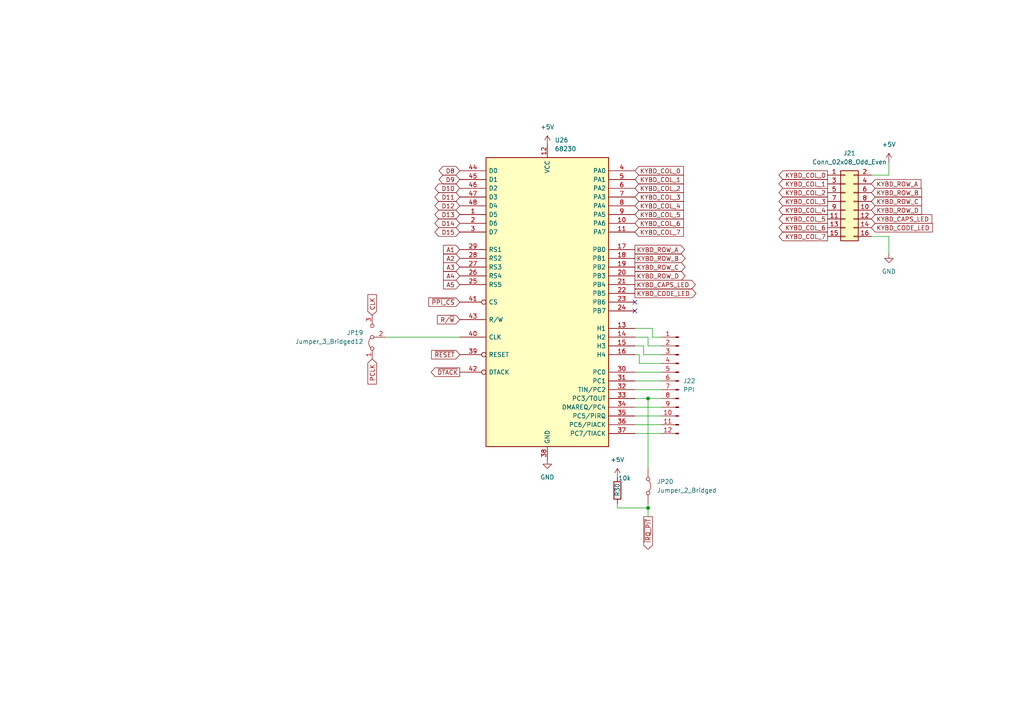
<source format=kicad_sch>
(kicad_sch (version 20250114) (generator "eeschema") (generator_version "9.0")
  (paper "A4")
  (lib_symbols
    (symbol "+5V_1" (power) (pin_numbers (hide yes)) (pin_names (offset 0) (hide yes))
      (property "Value" "+5V" (at 0 3.556 0))
      (symbol "+5V_1_0_1"
        (polyline (pts (xy -0.762 1.27) (xy 0 2.54)))
        (polyline (pts (xy 0 2.54) (xy 0.762 1.27)))
        (polyline (pts (xy 0 0) (xy 0 2.54)))
      )
      (symbol "+5V_1_1_1"
        (pin power_in line (at 0 0 90) (length 0) (name "~") (number "1"))
      )
    )
    (symbol "Connector:Conn_01x12_Pin" (pin_names (offset 1.016) (hide yes))
      (property "Reference" "J" (at 0 15.24 0))
      (property "Value" "Conn_01x12_Pin" (at 0 -17.78 0))
      (symbol "Conn_01x12_Pin_1_1"
        (rectangle (start 0.8636 12.827) (end 0 12.573) (stroke (width 0.1524)) (fill (type outline)))
        (rectangle (start 0.8636 10.287) (end 0 10.033) (stroke (width 0.1524)) (fill (type outline)))
        (rectangle (start 0.8636 7.747) (end 0 7.493) (stroke (width 0.1524)) (fill (type outline)))
        (rectangle (start 0.8636 5.207) (end 0 4.953) (stroke (width 0.1524)) (fill (type outline)))
        (rectangle (start 0.8636 2.667) (end 0 2.413) (stroke (width 0.1524)) (fill (type outline)))
        (rectangle (start 0.8636 0.127) (end 0 -0.127) (stroke (width 0.1524)) (fill (type outline)))
        (rectangle (start 0.8636 -2.413) (end 0 -2.667) (stroke (width 0.1524)) (fill (type outline)))
        (rectangle (start 0.8636 -4.953) (end 0 -5.207) (stroke (width 0.1524)) (fill (type outline)))
        (rectangle (start 0.8636 -7.493) (end 0 -7.747) (stroke (width 0.1524)) (fill (type outline)))
        (rectangle (start 0.8636 -10.033) (end 0 -10.287) (stroke (width 0.1524)) (fill (type outline)))
        (rectangle (start 0.8636 -12.573) (end 0 -12.827) (stroke (width 0.1524)) (fill (type outline)))
        (rectangle (start 0.8636 -15.113) (end 0 -15.367) (stroke (width 0.1524)) (fill (type outline)))
        (polyline (pts (xy 1.27 12.7) (xy 0.8636 12.7)) (stroke (width 0.1524)))
        (polyline (pts (xy 1.27 10.16) (xy 0.8636 10.16)) (stroke (width 0.1524)))
        (polyline (pts (xy 1.27 7.62) (xy 0.8636 7.62)) (stroke (width 0.1524)))
        (polyline (pts (xy 1.27 5.08) (xy 0.8636 5.08)) (stroke (width 0.1524)))
        (polyline (pts (xy 1.27 2.54) (xy 0.8636 2.54)) (stroke (width 0.1524)))
        (polyline (pts (xy 1.27 0) (xy 0.8636 0)) (stroke (width 0.1524)))
        (polyline (pts (xy 1.27 -2.54) (xy 0.8636 -2.54)) (stroke (width 0.1524)))
        (polyline (pts (xy 1.27 -5.08) (xy 0.8636 -5.08)) (stroke (width 0.1524)))
        (polyline (pts (xy 1.27 -7.62) (xy 0.8636 -7.62)) (stroke (width 0.1524)))
        (polyline (pts (xy 1.27 -10.16) (xy 0.8636 -10.16)) (stroke (width 0.1524)))
        (polyline (pts (xy 1.27 -12.7) (xy 0.8636 -12.7)) (stroke (width 0.1524)))
        (polyline (pts (xy 1.27 -15.24) (xy 0.8636 -15.24)) (stroke (width 0.1524)))
        (pin passive line (at 5.08 12.7 180) (length 3.81) (name "Pin_1") (number "1"))
        (pin passive line (at 5.08 10.16 180) (length 3.81) (name "Pin_2") (number "2"))
        (pin passive line (at 5.08 7.62 180) (length 3.81) (name "Pin_3") (number "3"))
        (pin passive line (at 5.08 5.08 180) (length 3.81) (name "Pin_4") (number "4"))
        (pin passive line (at 5.08 2.54 180) (length 3.81) (name "Pin_5") (number "5"))
        (pin passive line (at 5.08 0 180) (length 3.81) (name "Pin_6") (number "6"))
        (pin passive line (at 5.08 -2.54 180) (length 3.81) (name "Pin_7") (number "7"))
        (pin passive line (at 5.08 -5.08 180) (length 3.81) (name "Pin_8") (number "8"))
        (pin passive line (at 5.08 -7.62 180) (length 3.81) (name "Pin_9") (number "9"))
        (pin passive line (at 5.08 -10.16 180) (length 3.81) (name "Pin_10") (number "10"))
        (pin passive line (at 5.08 -12.7 180) (length 3.81) (name "Pin_11") (number "11"))
        (pin passive line (at 5.08 -15.24 180) (length 3.81) (name "Pin_12") (number "12"))
      )
    )
    (symbol "Connector_Generic:Conn_02x08_Odd_Even" (pin_names (offset 1.016) (hide yes))
      (property "Reference" "J" (at 1.27 10.16 0))
      (property "Value" "Conn_02x08_Odd_Even" (at 1.27 -12.7 0))
      (symbol "Conn_02x08_Odd_Even_1_1"
        (rectangle (start -1.27 8.89) (end 3.81 -11.43) (stroke (width 0.254)) (fill (type background)))
        (rectangle (start -1.27 7.747) (end 0 7.493) (stroke (width 0.1524)))
        (rectangle (start -1.27 5.207) (end 0 4.953) (stroke (width 0.1524)))
        (rectangle (start -1.27 2.667) (end 0 2.413) (stroke (width 0.1524)))
        (rectangle (start -1.27 0.127) (end 0 -0.127) (stroke (width 0.1524)))
        (rectangle (start -1.27 -2.413) (end 0 -2.667) (stroke (width 0.1524)))
        (rectangle (start -1.27 -4.953) (end 0 -5.207) (stroke (width 0.1524)))
        (rectangle (start -1.27 -7.493) (end 0 -7.747) (stroke (width 0.1524)))
        (rectangle (start -1.27 -10.033) (end 0 -10.287) (stroke (width 0.1524)))
        (rectangle (start 3.81 7.747) (end 2.54 7.493) (stroke (width 0.1524)))
        (rectangle (start 3.81 5.207) (end 2.54 4.953) (stroke (width 0.1524)))
        (rectangle (start 3.81 2.667) (end 2.54 2.413) (stroke (width 0.1524)))
        (rectangle (start 3.81 0.127) (end 2.54 -0.127) (stroke (width 0.1524)))
        (rectangle (start 3.81 -2.413) (end 2.54 -2.667) (stroke (width 0.1524)))
        (rectangle (start 3.81 -4.953) (end 2.54 -5.207) (stroke (width 0.1524)))
        (rectangle (start 3.81 -7.493) (end 2.54 -7.747) (stroke (width 0.1524)))
        (rectangle (start 3.81 -10.033) (end 2.54 -10.287) (stroke (width 0.1524)))
        (pin passive line (at -5.08 7.62 0) (length 3.81) (name "Pin_1") (number "1"))
        (pin passive line (at -5.08 5.08 0) (length 3.81) (name "Pin_3") (number "3"))
        (pin passive line (at -5.08 2.54 0) (length 3.81) (name "Pin_5") (number "5"))
        (pin passive line (at -5.08 0 0) (length 3.81) (name "Pin_7") (number "7"))
        (pin passive line (at -5.08 -2.54 0) (length 3.81) (name "Pin_9") (number "9"))
        (pin passive line (at -5.08 -5.08 0) (length 3.81) (name "Pin_11") (number "11"))
        (pin passive line (at -5.08 -7.62 0) (length 3.81) (name "Pin_13") (number "13"))
        (pin passive line (at -5.08 -10.16 0) (length 3.81) (name "Pin_15") (number "15"))
        (pin passive line (at 7.62 7.62 180) (length 3.81) (name "Pin_2") (number "2"))
        (pin passive line (at 7.62 5.08 180) (length 3.81) (name "Pin_4") (number "4"))
        (pin passive line (at 7.62 2.54 180) (length 3.81) (name "Pin_6") (number "6"))
        (pin passive line (at 7.62 0 180) (length 3.81) (name "Pin_8") (number "8"))
        (pin passive line (at 7.62 -2.54 180) (length 3.81) (name "Pin_10") (number "10"))
        (pin passive line (at 7.62 -5.08 180) (length 3.81) (name "Pin_12") (number "12"))
        (pin passive line (at 7.62 -7.62 180) (length 3.81) (name "Pin_14") (number "14"))
        (pin passive line (at 7.62 -10.16 180) (length 3.81) (name "Pin_16") (number "16"))
      )
    )
    (symbol "Device:R" (pin_numbers (hide yes)) (pin_names (offset 0))
      (property "Reference" "R" (at 2.032 0 90))
      (property "Value" "R" (at 0 0 90))
      (symbol "R_0_1"
        (rectangle (start -1.016 -2.54) (end 1.016 2.54) (stroke (width 0.254)))
      )
      (symbol "R_1_1"
        (pin passive line (at 0 3.81 270) (length 1.27) (name "~") (number "1"))
        (pin passive line (at 0 -3.81 90) (length 1.27) (name "~") (number "2"))
      )
    )
    (symbol "GND_1" (power) (pin_numbers (hide yes)) (pin_names (offset 0) (hide yes))
      (property "Value" "GND" (at 0 -3.81 0))
      (symbol "GND_1_0_1"
        (polyline (pts (xy 0 0) (xy 0 -1.27) (xy 1.27 -1.27) (xy 0 -2.54) (xy -1.27 -1.27) (xy 0 -1.27)))
      )
      (symbol "GND_1_1_1"
        (pin power_in line (at 0 0 270) (length 0) (name "~") (number "1"))
      )
    )
    (symbol "Interface:68230" (pin_names (offset 0.762))
      (property "Reference" "U" (at 0 3.81 0))
      (property "Value" "68230" (at 0 -3.81 0))
      (symbol "68230_0_1"
        (rectangle (start -17.78 41.91) (end 17.78 -41.91) (stroke (width 0.254)) (fill (type background)))
      )
      (symbol "68230_1_1"
        (pin tri_state line (at -25.4 38.1 0) (length 7.62) (name "D0") (number "44"))
        (pin tri_state line (at -25.4 35.56 0) (length 7.62) (name "D1") (number "45"))
        (pin tri_state line (at -25.4 33.02 0) (length 7.62) (name "D2") (number "46"))
        (pin tri_state line (at -25.4 30.48 0) (length 7.62) (name "D3") (number "47"))
        (pin tri_state line (at -25.4 27.94 0) (length 7.62) (name "D4") (number "48"))
        (pin tri_state line (at -25.4 25.4 0) (length 7.62) (name "D5") (number "1"))
        (pin tri_state line (at -25.4 22.86 0) (length 7.62) (name "D6") (number "2"))
        (pin tri_state line (at -25.4 20.32 0) (length 7.62) (name "D7") (number "3"))
        (pin input line (at -25.4 15.24 0) (length 7.62) (name "RS1") (number "29"))
        (pin input line (at -25.4 12.7 0) (length 7.62) (name "RS2") (number "28"))
        (pin input line (at -25.4 10.16 0) (length 7.62) (name "RS3") (number "27"))
        (pin input line (at -25.4 7.62 0) (length 7.62) (name "RS4") (number "26"))
        (pin input line (at -25.4 5.08 0) (length 7.62) (name "RS5") (number "25"))
        (pin input inverted (at -25.4 0 0) (length 7.62) (name "CS") (number "41"))
        (pin input line (at -25.4 -5.08 0) (length 7.62) (name "R/W") (number "43"))
        (pin input line (at -25.4 -10.16 0) (length 7.62) (name "CLK") (number "40"))
        (pin input inverted (at -25.4 -15.24 0) (length 7.62) (name "RESET") (number "39"))
        (pin open_collector inverted (at -25.4 -20.32 0) (length 7.62) (name "DTACK") (number "42"))
        (pin power_in line (at 0 45.72 270) (length 3.81) (name "VCC") (number "12"))
        (pin power_in line (at 0 -45.72 90) (length 3.81) (name "GND") (number "38"))
        (pin bidirectional line (at 25.4 38.1 180) (length 7.62) (name "PA0") (number "4"))
        (pin bidirectional line (at 25.4 35.56 180) (length 7.62) (name "PA1") (number "5"))
        (pin bidirectional line (at 25.4 33.02 180) (length 7.62) (name "PA2") (number "6"))
        (pin bidirectional line (at 25.4 30.48 180) (length 7.62) (name "PA3") (number "7"))
        (pin bidirectional line (at 25.4 27.94 180) (length 7.62) (name "PA4") (number "8"))
        (pin bidirectional line (at 25.4 25.4 180) (length 7.62) (name "PA5") (number "9"))
        (pin bidirectional line (at 25.4 22.86 180) (length 7.62) (name "PA6") (number "10"))
        (pin bidirectional line (at 25.4 20.32 180) (length 7.62) (name "PA7") (number "11"))
        (pin bidirectional line (at 25.4 15.24 180) (length 7.62) (name "PB0") (number "17"))
        (pin bidirectional line (at 25.4 12.7 180) (length 7.62) (name "PB1") (number "18"))
        (pin bidirectional line (at 25.4 10.16 180) (length 7.62) (name "PB2") (number "19"))
        (pin bidirectional line (at 25.4 7.62 180) (length 7.62) (name "PB3") (number "20"))
        (pin bidirectional line (at 25.4 5.08 180) (length 7.62) (name "PB4") (number "21"))
        (pin bidirectional line (at 25.4 2.54 180) (length 7.62) (name "PB5") (number "22"))
        (pin bidirectional line (at 25.4 0 180) (length 7.62) (name "PB6") (number "23"))
        (pin bidirectional line (at 25.4 -2.54 180) (length 7.62) (name "PB7") (number "24"))
        (pin input line (at 25.4 -7.62 180) (length 7.62) (name "H1") (number "13"))
        (pin bidirectional line (at 25.4 -10.16 180) (length 7.62) (name "H2") (number "14"))
        (pin input line (at 25.4 -12.7 180) (length 7.62) (name "H3") (number "15"))
        (pin bidirectional line (at 25.4 -15.24 180) (length 7.62) (name "H4") (number "16"))
        (pin bidirectional line (at 25.4 -20.32 180) (length 7.62) (name "PC0") (number "30"))
        (pin bidirectional line (at 25.4 -22.86 180) (length 7.62) (name "PC1") (number "31"))
        (pin bidirectional line (at 25.4 -25.4 180) (length 7.62) (name "TIN/PC2") (number "32"))
        (pin bidirectional line (at 25.4 -27.94 180) (length 7.62) (name "PC3/TOUT") (number "33"))
        (pin bidirectional line (at 25.4 -30.48 180) (length 7.62) (name "DMAREQ/PC4") (number "34"))
        (pin bidirectional line (at 25.4 -33.02 180) (length 7.62) (name "PC5/PIRQ") (number "35"))
        (pin bidirectional line (at 25.4 -35.56 180) (length 7.62) (name "PC6/PIACK") (number "36"))
        (pin bidirectional line (at 25.4 -38.1 180) (length 7.62) (name "PC7/TIACK") (number "37"))
      )
    )
    (symbol "Jumper:Jumper_2_Bridged" (pin_numbers (hide yes)) (pin_names (offset 0) (hide yes))
      (property "Reference" "JP" (at 0 1.905 0))
      (property "Value" "Jumper_2_Bridged" (at 0 -2.54 0))
      (symbol "Jumper_2_Bridged_0_0"
        (circle (center -2.032 0) (radius 0.508))
        (circle (center 2.032 0) (radius 0.508))
      )
      (symbol "Jumper_2_Bridged_0_1"
        (arc (start -1.524 0.254) (mid 0 0.762) (end 1.524 0.254))
      )
      (symbol "Jumper_2_Bridged_1_1"
        (pin passive line (at -5.08 0 0) (length 2.54) (name "A") (number "1"))
        (pin passive line (at 5.08 0 180) (length 2.54) (name "B") (number "2"))
      )
    )
    (symbol "Jumper:Jumper_3_Bridged12" (pin_names (offset 0) (hide yes)) (in_bom no)
      (property "Reference" "JP" (at -2.54 -2.54 0))
      (property "Value" "Jumper_3_Bridged12" (at 0 2.794 0))
      (symbol "Jumper_3_Bridged12_0_0"
        (circle (center -3.302 0) (radius 0.508))
        (circle (center 0 0) (radius 0.508))
        (circle (center 3.302 0) (radius 0.508))
      )
      (symbol "Jumper_3_Bridged12_0_1"
        (arc (start -3.048 0.508) (mid -1.651 0.9912) (end -0.254 0.508))
        (polyline (pts (xy 0 -1.27) (xy 0 -0.508)))
      )
      (symbol "Jumper_3_Bridged12_1_1"
        (pin passive line (at -6.35 0 0) (length 2.54) (name "A") (number "1"))
        (pin passive line (at 0 -3.81 90) (length 2.54) (name "C") (number "2"))
        (pin passive line (at 6.35 0 180) (length 2.54) (name "B") (number "3"))
      )
    )
    (symbol "power:+5V" (power) (pin_numbers (hide yes)) (pin_names (offset 0) (hide yes))
      (property "Value" "+5V" (at 0 3.556 0))
      (symbol "+5V_0_1"
        (polyline (pts (xy -0.762 1.27) (xy 0 2.54)))
        (polyline (pts (xy 0 2.54) (xy 0.762 1.27)))
        (polyline (pts (xy 0 0) (xy 0 2.54)))
      )
      (symbol "+5V_1_1"
        (pin power_in line (at 0 0 90) (length 0) (name "~") (number "1"))
      )
    )
    (symbol "power:GND" (power) (pin_numbers (hide yes)) (pin_names (offset 0) (hide yes))
      (property "Value" "GND" (at 0 -3.81 0))
      (symbol "GND_0_1"
        (polyline (pts (xy 0 0) (xy 0 -1.27) (xy 1.27 -1.27) (xy 0 -2.54) (xy -1.27 -1.27) (xy 0 -1.27)))
      )
      (symbol "GND_1_1"
        (pin power_in line (at 0 0 270) (length 0) (name "~") (number "1"))
      )
    )
  )
  (junction (at 187.96 147.32))
  (junction (at 187.96 115.57))
  (no_connect (at 184.15 87.63))
  (no_connect (at 184.15 90.17))
  (wire (pts (xy 184.15 97.79) (xy 187.96 97.79)))
  (wire (pts (xy 184.15 125.73) (xy 191.77 125.73)))
  (wire (pts (xy 184.15 113.03) (xy 191.77 113.03)))
  (wire (pts (xy 184.15 107.95) (xy 191.77 107.95)))
  (wire (pts (xy 179.07 147.32) (xy 187.96 147.32)))
  (wire (pts (xy 184.15 123.19) (xy 191.77 123.19)))
  (wire (pts (xy 189.23 97.79) (xy 191.77 97.79)))
  (wire (pts (xy 191.77 102.87) (xy 186.69 102.87)))
  (wire (pts (xy 187.96 100.33) (xy 191.77 100.33)))
  (wire (pts (xy 179.07 146.05) (xy 179.07 147.32)))
  (wire (pts (xy 185.42 102.87) (xy 185.42 105.41)))
  (wire (pts (xy 184.15 115.57) (xy 187.96 115.57)))
  (wire (pts (xy 187.96 147.32) (xy 187.96 149.86)))
  (wire (pts (xy 257.81 46.99) (xy 257.81 50.8)))
  (wire (pts (xy 187.96 115.57) (xy 191.77 115.57)))
  (wire (pts (xy 257.81 50.8) (xy 252.73 50.8)))
  (wire (pts (xy 111.76 97.79) (xy 133.35 97.79)))
  (wire (pts (xy 187.96 115.57) (xy 187.96 135.89)))
  (wire (pts (xy 184.15 102.87) (xy 185.42 102.87)))
  (wire (pts (xy 184.15 118.11) (xy 191.77 118.11)))
  (wire (pts (xy 184.15 110.49) (xy 191.77 110.49)))
  (wire (pts (xy 184.15 120.65) (xy 191.77 120.65)))
  (wire (pts (xy 257.81 68.58) (xy 257.81 73.66)))
  (wire (pts (xy 186.69 102.87) (xy 186.69 100.33)))
  (wire (pts (xy 185.42 105.41) (xy 191.77 105.41)))
  (wire (pts (xy 186.69 100.33) (xy 184.15 100.33)))
  (wire (pts (xy 184.15 95.25) (xy 189.23 95.25)))
  (wire (pts (xy 189.23 95.25) (xy 189.23 97.79)))
  (wire (pts (xy 187.96 97.79) (xy 187.96 100.33)))
  (wire (pts (xy 252.73 68.58) (xy 257.81 68.58)))
  (wire (pts (xy 187.96 146.05) (xy 187.96 147.32)))
  (global_label "KYBD_ROW_C" (shape input) (at 252.73 58.42 0) (property "Intersheetrefs" "${INTERSHEET_REFS}" (effects (hide yes))))
  (global_label "D8" (shape bidirectional) (at 133.35 49.53 180) (property "Intersheetrefs" "${INTERSHEET_REFS}" (effects (hide yes))))
  (global_label "KYBD_COL_3" (shape input) (at 184.15 57.15 0) (property "Intersheetrefs" "${INTERSHEET_REFS}" (effects (hide yes))))
  (global_label "KYBD_COL_2" (shape input) (at 184.15 54.61 0) (property "Intersheetrefs" "${INTERSHEET_REFS}" (effects (hide yes))))
  (global_label "KYBD_COL_5" (shape input) (at 184.15 62.23 0) (property "Intersheetrefs" "${INTERSHEET_REFS}" (effects (hide yes))))
  (global_label "KYBD_ROW_A" (shape output) (at 184.15 72.39 0) (property "Intersheetrefs" "${INTERSHEET_REFS}" (effects (hide yes))))
  (global_label "D14" (shape bidirectional) (at 133.35 64.77 180) (property "Intersheetrefs" "${INTERSHEET_REFS}" (effects (hide yes))))
  (global_label "KYBD_COL_0" (shape output) (at 240.03 50.8 180) (property "Intersheetrefs" "${INTERSHEET_REFS}" (effects (hide yes))))
  (global_label "KYBD_ROW_A" (shape input) (at 252.73 53.34 0) (property "Intersheetrefs" "${INTERSHEET_REFS}" (effects (hide yes))))
  (global_label "A4" (shape input) (at 133.35 80.01 180) (property "Intersheetrefs" "${INTERSHEET_REFS}" (effects (hide yes))))
  (global_label "KYBD_COL_7" (shape input) (at 184.15 67.31 0) (property "Intersheetrefs" "${INTERSHEET_REFS}" (effects (hide yes))))
  (global_label "KYBD_COL_1" (shape input) (at 184.15 52.07 0) (property "Intersheetrefs" "${INTERSHEET_REFS}" (effects (hide yes))))
  (global_label "R{slash}~{W}" (shape input) (at 133.35 92.71 180) (property "Intersheetrefs" "${INTERSHEET_REFS}" (effects (hide yes))))
  (global_label "KYBD_COL_1" (shape output) (at 240.03 53.34 180) (property "Intersheetrefs" "${INTERSHEET_REFS}" (effects (hide yes))))
  (global_label "D12" (shape bidirectional) (at 133.35 59.69 180) (property "Intersheetrefs" "${INTERSHEET_REFS}" (effects (hide yes))))
  (global_label "D9" (shape bidirectional) (at 133.35 52.07 180) (property "Intersheetrefs" "${INTERSHEET_REFS}" (effects (hide yes))))
  (global_label "D13" (shape bidirectional) (at 133.35 62.23 180) (property "Intersheetrefs" "${INTERSHEET_REFS}" (effects (hide yes))))
  (global_label "A1" (shape input) (at 133.35 72.39 180) (property "Intersheetrefs" "${INTERSHEET_REFS}" (effects (hide yes))))
  (global_label "KYBD_CODE_LED" (shape output) (at 184.15 85.09 0) (property "Intersheetrefs" "${INTERSHEET_REFS}" (effects (hide yes))))
  (global_label "KYBD_CODE_LED" (shape input) (at 252.73 66.04 0) (property "Intersheetrefs" "${INTERSHEET_REFS}" (effects (hide yes))))
  (global_label "A5" (shape input) (at 133.35 82.55 180) (property "Intersheetrefs" "${INTERSHEET_REFS}" (effects (hide yes))))
  (global_label "KYBD_COL_4" (shape input) (at 184.15 59.69 0) (property "Intersheetrefs" "${INTERSHEET_REFS}" (effects (hide yes))))
  (global_label "D10" (shape bidirectional) (at 133.35 54.61 180) (property "Intersheetrefs" "${INTERSHEET_REFS}" (effects (hide yes))))
  (global_label "D15" (shape bidirectional) (at 133.35 67.31 180) (property "Intersheetrefs" "${INTERSHEET_REFS}" (effects (hide yes))))
  (global_label "~{IRQ_PIT}" (shape output) (at 187.96 149.86 270) (property "Intersheetrefs" "${INTERSHEET_REFS}" (effects (hide yes))))
  (global_label "KYBD_COL_3" (shape output) (at 240.03 58.42 180) (property "Intersheetrefs" "${INTERSHEET_REFS}" (effects (hide yes))))
  (global_label "CLK" (shape input) (at 107.95 91.44 90) (property "Intersheetrefs" "${INTERSHEET_REFS}" (effects (hide yes))))
  (global_label "KYBD_COL_6" (shape output) (at 240.03 66.04 180) (property "Intersheetrefs" "${INTERSHEET_REFS}" (effects (hide yes))))
  (global_label "KYBD_COL_0" (shape input) (at 184.15 49.53 0) (property "Intersheetrefs" "${INTERSHEET_REFS}" (effects (hide yes))))
  (global_label "A3" (shape input) (at 133.35 77.47 180) (property "Intersheetrefs" "${INTERSHEET_REFS}" (effects (hide yes))))
  (global_label "KYBD_ROW_B" (shape output) (at 184.15 74.93 0) (property "Intersheetrefs" "${INTERSHEET_REFS}" (effects (hide yes))))
  (global_label "KYBD_CAPS_LED" (shape input) (at 252.73 63.5 0) (property "Intersheetrefs" "${INTERSHEET_REFS}" (effects (hide yes))))
  (global_label "KYBD_COL_4" (shape output) (at 240.03 60.96 180) (property "Intersheetrefs" "${INTERSHEET_REFS}" (effects (hide yes))))
  (global_label "KYBD_ROW_D" (shape input) (at 252.73 60.96 0) (property "Intersheetrefs" "${INTERSHEET_REFS}" (effects (hide yes))))
  (global_label "KYBD_ROW_D" (shape output) (at 184.15 80.01 0) (property "Intersheetrefs" "${INTERSHEET_REFS}" (effects (hide yes))))
  (global_label "KYBD_COL_7" (shape output) (at 240.03 68.58 180) (property "Intersheetrefs" "${INTERSHEET_REFS}" (effects (hide yes))))
  (global_label "A2" (shape input) (at 133.35 74.93 180) (property "Intersheetrefs" "${INTERSHEET_REFS}" (effects (hide yes))))
  (global_label "D11" (shape bidirectional) (at 133.35 57.15 180) (property "Intersheetrefs" "${INTERSHEET_REFS}" (effects (hide yes))))
  (global_label "KYBD_COL_5" (shape output) (at 240.03 63.5 180) (property "Intersheetrefs" "${INTERSHEET_REFS}" (effects (hide yes))))
  (global_label "KYBD_COL_2" (shape output) (at 240.03 55.88 180) (property "Intersheetrefs" "${INTERSHEET_REFS}" (effects (hide yes))))
  (global_label "KYBD_COL_6" (shape input) (at 184.15 64.77 0) (property "Intersheetrefs" "${INTERSHEET_REFS}" (effects (hide yes))))
  (global_label "~{RESET}" (shape input) (at 133.35 102.87 180) (property "Intersheetrefs" "${INTERSHEET_REFS}" (effects (hide yes))))
  (global_label "KYBD_ROW_C" (shape output) (at 184.15 77.47 0) (property "Intersheetrefs" "${INTERSHEET_REFS}" (effects (hide yes))))
  (global_label "KYBD_ROW_B" (shape input) (at 252.73 55.88 0) (property "Intersheetrefs" "${INTERSHEET_REFS}" (effects (hide yes))))
  (global_label "KYBD_CAPS_LED" (shape output) (at 184.15 82.55 0) (property "Intersheetrefs" "${INTERSHEET_REFS}" (effects (hide yes))))
  (global_label "~{DTACK}" (shape output) (at 133.35 107.95 180) (property "Intersheetrefs" "${INTERSHEET_REFS}" (effects (hide yes))))
  (global_label "PCLK" (shape input) (at 107.95 104.14 270) (property "Intersheetrefs" "${INTERSHEET_REFS}" (effects (hide yes))))
  (global_label "~{PPI_CS}" (shape input) (at 133.35 87.63 180) (property "Intersheetrefs" "${INTERSHEET_REFS}" (effects (hide yes))))
  (symbol (lib_name "+5V_1") (lib_id "power:+5V") (at 257.81 46.99 0) (unit 1)
    (property "Reference" "#PWR016" (effects (hide yes)))
    (property "Value" "+5V" (at 257.81 41.91 0))
    (property "Description" "Power symbol creates a global label with name \"+5V\"" (effects (hide yes)))
  )
  (symbol (lib_id "Device:R") (at 179.07 142.24 180) (unit 1)
    (property "Reference" "R30" (at 179.07 144.018 90) (effects (justify right)))
    (property "Value" "10k" (at 179.324 138.684 0) (effects (justify right)))
    (property "Footprint" "Resistor_THT:R_Axial_DIN0207_L6.3mm_D2.5mm_P10.16mm_Horizontal" (effects (hide yes)))
    (property "Description" "Resistor" (effects (hide yes)))
  )
  (symbol (lib_id "Jumper:Jumper_3_Bridged12") (at 107.95 97.79 90) (unit 1) (in_bom no)
    (property "Reference" "JP19" (at 105.41 96.5199 90) (effects (justify left)))
    (property "Value" "Jumper_3_Bridged12" (at 105.41 99.0599 90) (effects (justify left)))
    (property "Footprint" "Connector_PinHeader_2.54mm:PinHeader_1x03_P2.54mm_Vertical" (effects (hide yes)))
    (property "Description" "Jumper, 3-pole, pins 1+2 closed/bridged" (effects (hide yes)))
  )
  (symbol (lib_id "Connector_Generic:Conn_02x08_Odd_Even") (at 245.11 58.42 0) (unit 1)
    (property "Reference" "J21" (at 246.38 44.45 0))
    (property "Value" "Conn_02x08_Odd_Even" (at 246.38 46.99 0))
    (property "Footprint" "Connector_IDC:IDC-Header_2x08_P2.54mm_Vertical" (effects (hide yes)))
    (property "Description" "Generic connector, double row, 02x08, odd/even pin numbering scheme (row 1 odd numbers, row 2 even numbers), script generated (kicad-library-utils/schlib/autogen/connector/)" (effects (hide yes)))
  )
  (symbol (lib_name "GND_1") (lib_id "power:GND") (at 158.75 133.35 0) (unit 1)
    (property "Reference" "#PWR0123" (effects (hide yes)))
    (property "Value" "GND" (at 158.75 138.43 0))
    (property "Description" "Power symbol creates a global label with name \"GND\" , ground" (effects (hide yes)))
  )
  (symbol (lib_id "Connector:Conn_01x12_Pin") (at 196.85 110.49 0) (mirror y) (unit 1)
    (property "Reference" "J22" (at 198.12 110.4899 0) (effects (justify right)))
    (property "Value" "PPI" (at 198.12 113.0299 0) (effects (justify right)))
    (property "Footprint" "Connector_PinHeader_2.54mm:PinHeader_1x12_P2.54mm_Vertical" (effects (hide yes)))
    (property "Description" "Generic connector, single row, 01x12, script generated" (effects (hide yes)))
  )
  (symbol (lib_id "power:GND") (at 257.81 73.66 0) (unit 1)
    (property "Reference" "#PWR0145" (effects (hide yes)))
    (property "Value" "GND" (at 257.81 78.74 0))
    (property "Description" "Power symbol creates a global label with name \"GND\" , ground" (effects (hide yes)))
  )
  (symbol (lib_id "Interface:68230") (at 158.75 87.63 0) (unit 1)
    (property "Reference" "U26" (at 160.8933 40.64 0) (effects (justify left)))
    (property "Value" "68230" (at 160.8933 43.18 0) (effects (justify left)))
    (property "Footprint" "Package_DIP:DIP-48_W15.24mm_Socket_LongPads" (effects (hide yes)))
    (property "Description" "PIT Interface parallele et Timer" (effects (hide yes)))
  )
  (symbol (lib_id "power:+5V") (at 179.07 138.43 0) (unit 1)
    (property "Reference" "#PWR0124" (effects (hide yes)))
    (property "Value" "+5V" (at 179.07 133.35 0))
    (property "Description" "Power symbol creates a global label with name \"+5V\"" (effects (hide yes)))
  )
  (symbol (lib_id "Jumper:Jumper_2_Bridged") (at 187.96 140.97 270) (unit 1)
    (property "Reference" "JP20" (at 190.5 139.6999 90) (effects (justify left)))
    (property "Value" "Jumper_2_Bridged" (at 190.5 142.2399 90) (effects (justify left)))
    (property "Footprint" "Connector_PinHeader_2.54mm:PinHeader_1x02_P2.54mm_Vertical" (effects (hide yes)))
    (property "Description" "Jumper, 2-pole, closed/bridged" (effects (hide yes)))
  )
  (symbol (lib_id "power:+5V") (at 158.75 41.91 0) (unit 1)
    (property "Reference" "#PWR0122" (effects (hide yes)))
    (property "Value" "+5V" (at 158.75 36.83 0))
    (property "Description" "Power symbol creates a global label with name \"+5V\"" (effects (hide yes)))
  )
)
</source>
